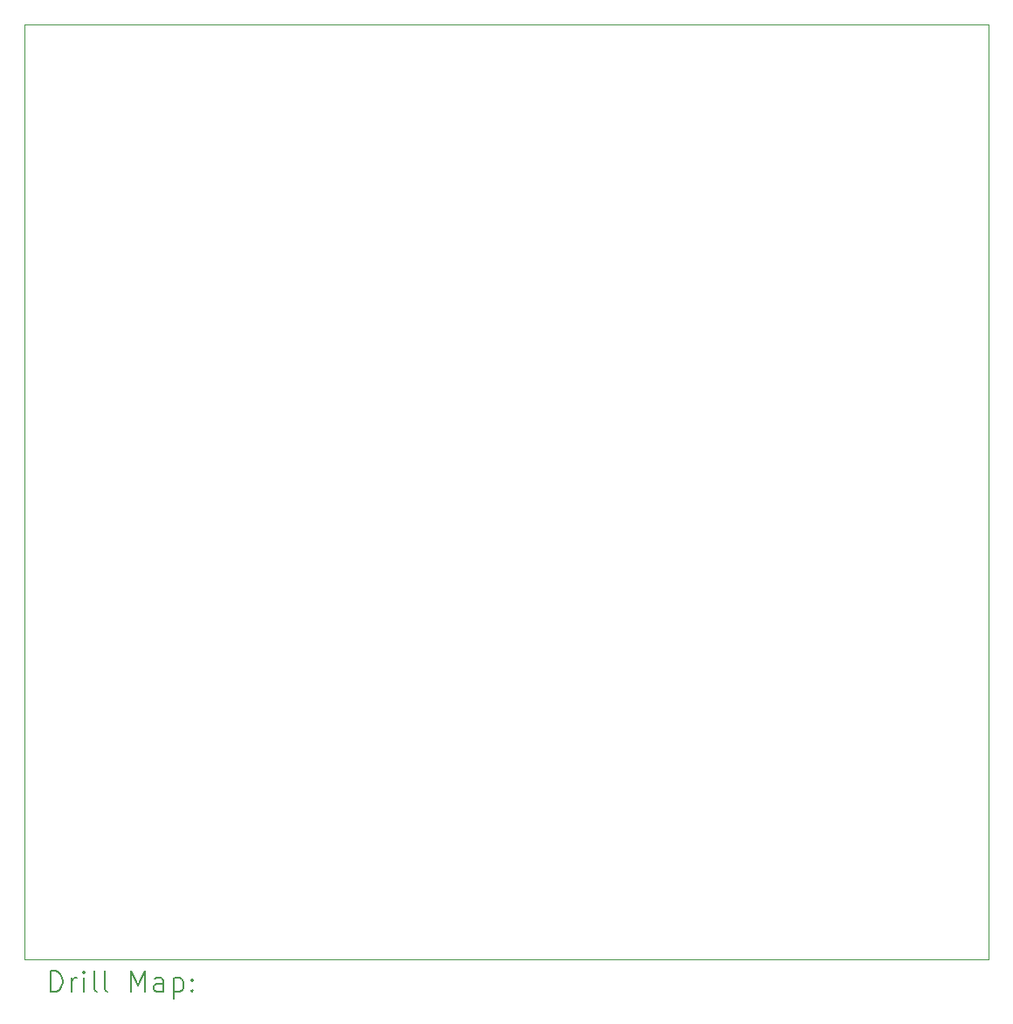
<source format=gbr>
%FSLAX45Y45*%
G04 Gerber Fmt 4.5, Leading zero omitted, Abs format (unit mm)*
G04 Created by KiCad (PCBNEW 6.0.4-1.fc35) date 2022-04-09 22:13:42*
%MOMM*%
%LPD*%
G01*
G04 APERTURE LIST*
%TA.AperFunction,Profile*%
%ADD10C,0.100000*%
%TD*%
%ADD11C,0.200000*%
G04 APERTURE END LIST*
D10*
X13690600Y-6146800D02*
X23039600Y-6146800D01*
X23039600Y-6146800D02*
X23039600Y-15200000D01*
X23039600Y-15200000D02*
X13690600Y-15200000D01*
X13690600Y-15200000D02*
X13690600Y-6146800D01*
D11*
X13943219Y-15515476D02*
X13943219Y-15315476D01*
X13990838Y-15315476D01*
X14019409Y-15325000D01*
X14038457Y-15344048D01*
X14047981Y-15363095D01*
X14057505Y-15401190D01*
X14057505Y-15429762D01*
X14047981Y-15467857D01*
X14038457Y-15486905D01*
X14019409Y-15505952D01*
X13990838Y-15515476D01*
X13943219Y-15515476D01*
X14143219Y-15515476D02*
X14143219Y-15382143D01*
X14143219Y-15420238D02*
X14152743Y-15401190D01*
X14162267Y-15391667D01*
X14181314Y-15382143D01*
X14200362Y-15382143D01*
X14267028Y-15515476D02*
X14267028Y-15382143D01*
X14267028Y-15315476D02*
X14257505Y-15325000D01*
X14267028Y-15334524D01*
X14276552Y-15325000D01*
X14267028Y-15315476D01*
X14267028Y-15334524D01*
X14390838Y-15515476D02*
X14371790Y-15505952D01*
X14362267Y-15486905D01*
X14362267Y-15315476D01*
X14495600Y-15515476D02*
X14476552Y-15505952D01*
X14467028Y-15486905D01*
X14467028Y-15315476D01*
X14724171Y-15515476D02*
X14724171Y-15315476D01*
X14790838Y-15458333D01*
X14857505Y-15315476D01*
X14857505Y-15515476D01*
X15038457Y-15515476D02*
X15038457Y-15410714D01*
X15028933Y-15391667D01*
X15009886Y-15382143D01*
X14971790Y-15382143D01*
X14952743Y-15391667D01*
X15038457Y-15505952D02*
X15019409Y-15515476D01*
X14971790Y-15515476D01*
X14952743Y-15505952D01*
X14943219Y-15486905D01*
X14943219Y-15467857D01*
X14952743Y-15448809D01*
X14971790Y-15439286D01*
X15019409Y-15439286D01*
X15038457Y-15429762D01*
X15133695Y-15382143D02*
X15133695Y-15582143D01*
X15133695Y-15391667D02*
X15152743Y-15382143D01*
X15190838Y-15382143D01*
X15209886Y-15391667D01*
X15219409Y-15401190D01*
X15228933Y-15420238D01*
X15228933Y-15477381D01*
X15219409Y-15496428D01*
X15209886Y-15505952D01*
X15190838Y-15515476D01*
X15152743Y-15515476D01*
X15133695Y-15505952D01*
X15314648Y-15496428D02*
X15324171Y-15505952D01*
X15314648Y-15515476D01*
X15305124Y-15505952D01*
X15314648Y-15496428D01*
X15314648Y-15515476D01*
X15314648Y-15391667D02*
X15324171Y-15401190D01*
X15314648Y-15410714D01*
X15305124Y-15401190D01*
X15314648Y-15391667D01*
X15314648Y-15410714D01*
M02*

</source>
